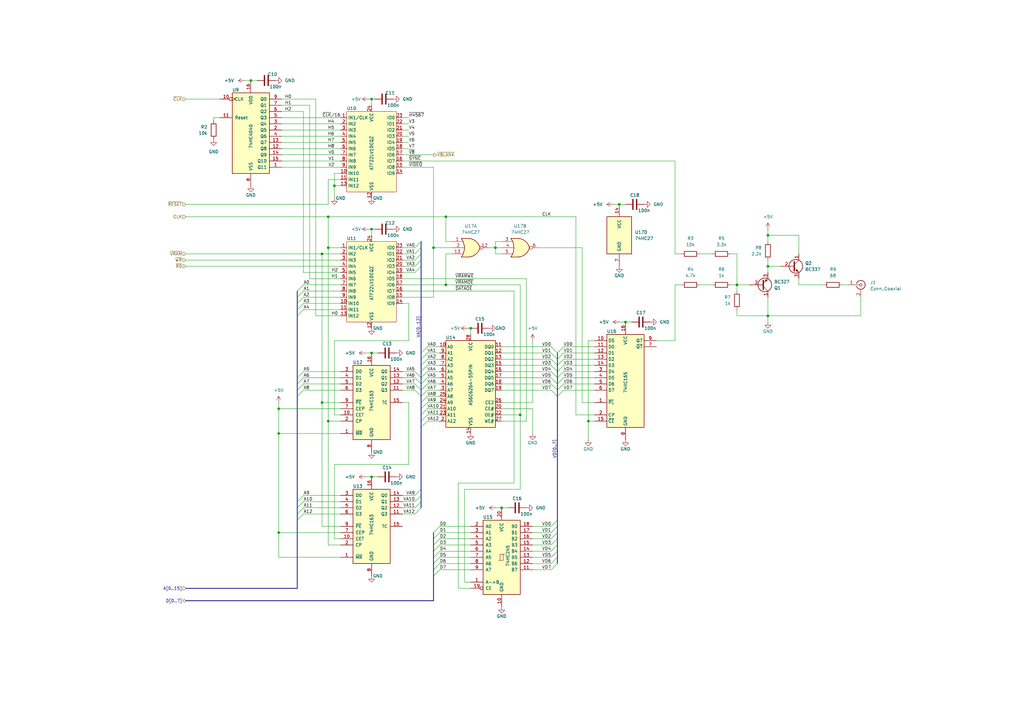
<source format=kicad_sch>
(kicad_sch (version 20230121) (generator eeschema)
  (paper "A3")
  (title_block (title "Z80 SBC Video"))
  (lib_symbols
    (symbol "74xx:74HC165"
      (property "Reference" "U" (at -7.62 19.05 0))
      (property "Value" "74HC165" (at -7.62 -21.59 0))
      (symbol "74HC165_1_0"
        (pin input line (at -12.7 -10.16 0) (length 5.08) (name "~{PL}") (number "1"))
        (pin input line (at -12.7 15.24 0) (length 5.08) (name "DS") (number "10"))
        (pin input line (at -12.7 12.7 0) (length 5.08) (name "D0") (number "11"))
        (pin input line (at -12.7 10.16 0) (length 5.08) (name "D1") (number "12"))
        (pin input line (at -12.7 7.62 0) (length 5.08) (name "D2") (number "13"))
        (pin input line (at -12.7 5.08 0) (length 5.08) (name "D3") (number "14"))
        (pin input line (at -12.7 -17.78 0) (length 5.08) (name "~{CE}") (number "15"))
        (pin power_in line (at 0 22.86 270) (length 5.08) (name "VCC") (number "16"))
        (pin input line (at -12.7 -15.24 0) (length 5.08) (name "CP") (number "2"))
        (pin input line (at -12.7 2.54 0) (length 5.08) (name "D4") (number "3"))
        (pin input line (at -12.7 0 0) (length 5.08) (name "D5") (number "4"))
        (pin input line (at -12.7 -2.54 0) (length 5.08) (name "D6") (number "5"))
        (pin input line (at -12.7 -5.08 0) (length 5.08) (name "D7") (number "6"))
        (pin output line (at 12.7 12.7 180) (length 5.08) (name "~{Q7}") (number "7"))
        (pin power_in line (at 0 -25.4 90) (length 5.08) (name "GND") (number "8"))
        (pin output line (at 12.7 15.24 180) (length 5.08) (name "Q7") (number "9"))
      )
    )
    (symbol "74xx:74HC245" (pin_names (offset 1.016))
      (property "Reference" "U" (at -7.62 16.51 0))
      (property "Value" "74HC245" (at -7.62 -16.51 0))
      (symbol "74HC245_1_0"
        (pin input line (at -12.7 -10.16 0) (length 5.08) (name "A->B") (number "1"))
        (pin power_in line (at 0 -20.32 90) (length 5.08) (name "GND") (number "10"))
        (pin tri_state line (at 12.7 -5.08 180) (length 5.08) (name "B7") (number "11"))
        (pin tri_state line (at 12.7 -2.54 180) (length 5.08) (name "B6") (number "12"))
        (pin tri_state line (at 12.7 0 180) (length 5.08) (name "B5") (number "13"))
        (pin tri_state line (at 12.7 2.54 180) (length 5.08) (name "B4") (number "14"))
        (pin tri_state line (at 12.7 5.08 180) (length 5.08) (name "B3") (number "15"))
        (pin tri_state line (at 12.7 7.62 180) (length 5.08) (name "B2") (number "16"))
        (pin tri_state line (at 12.7 10.16 180) (length 5.08) (name "B1") (number "17"))
        (pin tri_state line (at 12.7 12.7 180) (length 5.08) (name "B0") (number "18"))
        (pin input inverted (at -12.7 -12.7 0) (length 5.08) (name "CE") (number "19"))
        (pin tri_state line (at -12.7 12.7 0) (length 5.08) (name "A0") (number "2"))
        (pin power_in line (at 0 20.32 270) (length 5.08) (name "VCC") (number "20"))
        (pin tri_state line (at -12.7 10.16 0) (length 5.08) (name "A1") (number "3"))
        (pin tri_state line (at -12.7 7.62 0) (length 5.08) (name "A2") (number "4"))
        (pin tri_state line (at -12.7 5.08 0) (length 5.08) (name "A3") (number "5"))
        (pin tri_state line (at -12.7 2.54 0) (length 5.08) (name "A4") (number "6"))
        (pin tri_state line (at -12.7 0 0) (length 5.08) (name "A5") (number "7"))
        (pin tri_state line (at -12.7 -2.54 0) (length 5.08) (name "A6") (number "8"))
        (pin tri_state line (at -12.7 -5.08 0) (length 5.08) (name "A7") (number "9"))
      )
    )
    (symbol "74xx_SK:74HC163" (pin_names (offset 1.016))
      (property "Reference" "U5" (at 2.1941 20.32 0))
      (property "Value" "74HC163" (at 2.1941 17.78 0))
      (symbol "74HC163_1_0"
        (pin input line (at -12.7 -12.7 0) (length 5.08) (name "~{MR}") (number "1"))
        (pin input line (at -12.7 -5.08 0) (length 5.08) (name "CET") (number "10"))
        (pin output line (at 12.7 5.08 180) (length 5.08) (name "Q3") (number "11"))
        (pin output line (at 12.7 7.62 180) (length 5.08) (name "Q2") (number "12"))
        (pin output line (at 12.7 10.16 180) (length 5.08) (name "Q1") (number "13"))
        (pin output line (at 12.7 12.7 180) (length 5.08) (name "Q0") (number "14"))
        (pin output line (at 12.7 0 180) (length 5.08) (name "TC") (number "15"))
        (pin power_in line (at 0 20.32 270) (length 5.08) (name "VCC") (number "16"))
        (pin input line (at -12.7 -7.62 0) (length 5.08) (name "CP") (number "2"))
        (pin input line (at -12.7 12.7 0) (length 5.08) (name "D0") (number "3"))
        (pin input line (at -12.7 10.16 0) (length 5.08) (name "D1") (number "4"))
        (pin input line (at -12.7 7.62 0) (length 5.08) (name "D2") (number "5"))
        (pin input line (at -12.7 5.08 0) (length 5.08) (name "D3") (number "6"))
        (pin input line (at -12.7 -2.54 0) (length 5.08) (name "CEP") (number "7"))
        (pin power_in line (at 0 -20.32 90) (length 5.08) (name "GND") (number "8"))
        (pin input line (at -12.7 0 0) (length 5.08) (name "~{PE}") (number "9"))
      )
    )
    (symbol "74xx_SK:74HC27" (pin_names (offset 1.016))
      (property "Reference" "U17" (at 6.35 1.27 0))
      (property "Value" "74HC27" (at 6.35 -1.27 0))
      (symbol "74HC27_1_1"
        (pin input line (at -7.62 2.54 0) (length 4.318) (name "~") (number "1"))
        (pin output inverted (at 7.62 0 180) (length 3.81) (name "~") (number "12"))
        (pin input line (at -7.62 -2.54 0) (length 4.318) (name "~") (number "13"))
        (pin input line (at -7.62 0 0) (length 4.953) (name "~") (number "2"))
      )
      (symbol "74HC27_1_2"
        (pin input inverted (at -7.62 2.54 0) (length 3.81) (name "~") (number "1"))
        (pin output line (at 7.62 0 180) (length 3.81) (name "~") (number "12"))
        (pin input inverted (at -7.62 -2.54 0) (length 3.81) (name "~") (number "13"))
        (pin input inverted (at -7.62 0 0) (length 3.81) (name "~") (number "2"))
      )
      (symbol "74HC27_2_1"
        (pin input line (at -7.62 2.54 0) (length 4.318) (name "~") (number "3"))
        (pin input line (at -7.62 0 0) (length 4.953) (name "~") (number "4"))
        (pin input line (at -7.62 -2.54 0) (length 4.318) (name "~") (number "5"))
        (pin output inverted (at 7.62 0 180) (length 3.81) (name "~") (number "6"))
      )
      (symbol "74HC27_2_2"
        (pin input inverted (at -7.62 2.54 0) (length 3.81) (name "~") (number "3"))
        (pin input inverted (at -7.62 0 0) (length 3.81) (name "~") (number "4"))
        (pin input inverted (at -7.62 -2.54 0) (length 3.81) (name "~") (number "5"))
        (pin output line (at 7.62 0 180) (length 3.81) (name "~") (number "6"))
      )
      (symbol "74HC27_3_1"
        (pin input line (at -7.62 0 0) (length 4.953) (name "~") (number "10"))
        (pin input line (at -7.62 -2.54 0) (length 4.318) (name "~") (number "11"))
        (pin output inverted (at 7.62 0 180) (length 3.81) (name "~") (number "8"))
        (pin input line (at -7.62 2.54 0) (length 4.318) (name "~") (number "9"))
      )
      (symbol "74HC27_3_2"
        (pin input inverted (at -7.62 0 0) (length 3.81) (name "~") (number "10"))
        (pin input inverted (at -7.62 -2.54 0) (length 3.81) (name "~") (number "11"))
        (pin output line (at 7.62 0 180) (length 3.81) (name "~") (number "8"))
        (pin input inverted (at -7.62 2.54 0) (length 3.81) (name "~") (number "9"))
      )
      (symbol "74HC27_4_0"
        (pin power_in line (at 0 12.7 270) (length 5.08) (name "VCC") (number "14"))
        (pin power_in line (at 0 -12.7 90) (length 5.08) (name "GND") (number "7"))
      )
    )
    (symbol "Connector:Conn_Coaxial" (pin_names (offset 1.016) hide)
      (property "Reference" "J" (at 0.254 3.048 0))
      (property "Value" "Conn_Coaxial" (at 2.921 0 90))
      (symbol "Conn_Coaxial_1_1"
        (pin passive line (at -5.08 0 0) (length 2.54) (name "In") (number "1"))
        (pin passive line (at 0 -5.08 90) (length 2.54) (name "Ext") (number "2"))
      )
    )
    (symbol "Device:C" (pin_numbers hide) (pin_names (offset 0.254))
      (property "Reference" "C" (at 0.635 2.54 0))
      (property "Value" "C" (at 0.635 -2.54 0))
      (symbol "C_1_1"
        (pin passive line (at 0 3.81 270) (length 2.794) (name "~") (number "1"))
        (pin passive line (at 0 -3.81 90) (length 2.794) (name "~") (number "2"))
      )
    )
    (symbol "Device:R" (pin_numbers hide) (pin_names (offset 0))
      (property "Reference" "R" (at 2.032 0 90))
      (property "Value" "R" (at 0 0 90))
      (symbol "R_1_1"
        (pin passive line (at 0 3.81 270) (length 1.27) (name "~") (number "1"))
        (pin passive line (at 0 -3.81 90) (length 1.27) (name "~") (number "2"))
      )
    )
    (symbol "Memory_RAM_SK:AS6C6264-55PIN"
      (property "Reference" "U" (at -10.16 18.415 0))
      (property "Value" "AS6C6264-55PIN" (at 2.54 18.415 0))
      (symbol "AS6C6264-55PIN_0_0"
        (pin power_in line (at 0 -20.32 90) (length 2.54) (name "VSS") (number "14"))
        (pin power_in line (at 0 20.32 270) (length 2.54) (name "VCC") (number "28"))
      )
      (symbol "AS6C6264-55PIN_1_1"
        (pin input line (at -12.7 15.24 0) (length 2.54) (name "A0") (number "10"))
        (pin tri_state line (at 12.7 15.24 180) (length 2.54) (name "DQ0") (number "11"))
        (pin tri_state line (at 12.7 12.7 180) (length 2.54) (name "DQ1") (number "12"))
        (pin tri_state line (at 12.7 10.16 180) (length 2.54) (name "DQ2") (number "13"))
        (pin tri_state line (at 12.7 7.62 180) (length 2.54) (name "DQ3") (number "15"))
        (pin tri_state line (at 12.7 5.08 180) (length 2.54) (name "DQ4") (number "16"))
        (pin tri_state line (at 12.7 2.54 180) (length 2.54) (name "DQ5") (number "17"))
        (pin tri_state line (at 12.7 0 180) (length 2.54) (name "DQ6") (number "18"))
        (pin tri_state line (at 12.7 -2.54 180) (length 2.54) (name "DQ7") (number "19"))
        (pin input line (at -12.7 -15.24 0) (length 2.54) (name "A12") (number "2"))
        (pin input line (at 12.7 -10.16 180) (length 2.54) (name "CE#") (number "20"))
        (pin input line (at -12.7 -10.16 0) (length 2.54) (name "A10") (number "21"))
        (pin input line (at 12.7 -12.7 180) (length 2.54) (name "OE#") (number "22"))
        (pin input line (at -12.7 -12.7 0) (length 2.54) (name "A11") (number "23"))
        (pin input line (at -12.7 -7.62 0) (length 2.54) (name "A9") (number "24"))
        (pin input line (at -12.7 -5.08 0) (length 2.54) (name "A8") (number "25"))
        (pin input line (at 12.7 -7.62 180) (length 2.54) (name "CE2") (number "26"))
        (pin input line (at 12.7 -15.24 180) (length 2.54) (name "WE#") (number "27"))
        (pin input line (at -12.7 -2.54 0) (length 2.54) (name "A7") (number "3"))
        (pin input line (at -12.7 0 0) (length 2.54) (name "A6") (number "4"))
        (pin input line (at -12.7 2.54 0) (length 2.54) (name "A5") (number "5"))
        (pin input line (at -12.7 5.08 0) (length 2.54) (name "A4") (number "6"))
        (pin input line (at -12.7 7.62 0) (length 2.54) (name "A3") (number "7"))
        (pin input line (at -12.7 10.16 0) (length 2.54) (name "A2") (number "8"))
        (pin input line (at -12.7 12.7 0) (length 2.54) (name "A1") (number "9"))
      )
    )
    (symbol "Transistor_BJT:BC327" (pin_names (offset 0) hide)
      (property "Reference" "Q" (at 5.08 1.905 0))
      (property "Value" "BC327" (at 5.08 0 0))
      (symbol "BC327_1_1"
        (pin passive line (at 2.54 5.08 270) (length 2.54) (name "C") (number "1"))
        (pin input line (at -5.08 0 0) (length 5.715) (name "B") (number "2"))
        (pin passive line (at 2.54 -5.08 90) (length 2.54) (name "E") (number "3"))
      )
    )
    (symbol "Transistor_BJT:BC337" (pin_names (offset 0) hide)
      (property "Reference" "Q" (at 5.08 1.905 0))
      (property "Value" "BC337" (at 5.08 0 0))
      (symbol "BC337_1_1"
        (pin passive line (at 2.54 5.08 270) (length 2.54) (name "C") (number "1"))
        (pin input line (at -5.08 0 0) (length 5.08) (name "B") (number "2"))
        (pin passive line (at 2.54 -5.08 90) (length 2.54) (name "E") (number "3"))
      )
    )
    (symbol "Z80_SBC_Custom:74HC4040" (pin_names (offset 1.016))
      (property "Reference" "U302" (at 2.1941 20.32 0))
      (property "Value" "74HC4040" (at 2.1941 17.78 0))
      (symbol "74HC4040_1_0"
        (pin output line (at 12.7 -15.24 180) (length 5.08) (name "Q11") (number "1"))
        (pin input inverted_clock (at -12.7 12.7 0) (length 5.08) (name "CLK") (number "10"))
        (pin input line (at -12.7 5.08 0) (length 5.08) (name "Reset") (number "11"))
        (pin output line (at 12.7 -7.62 180) (length 5.08) (name "Q8") (number "12"))
        (pin output line (at 12.7 -5.08 180) (length 5.08) (name "Q7") (number "13"))
        (pin output line (at 12.7 -10.16 180) (length 5.08) (name "Q9") (number "14"))
        (pin output line (at 12.7 -12.7 180) (length 5.08) (name "Q10") (number "15"))
        (pin power_in line (at 0 20.32 270) (length 5.08) (name "VDD") (number "16"))
        (pin output line (at 12.7 0 180) (length 5.08) (name "Q5") (number "2"))
        (pin output line (at 12.7 2.54 180) (length 5.08) (name "Q4") (number "3"))
        (pin output line (at 12.7 -2.54 180) (length 5.08) (name "Q6") (number "4"))
        (pin output line (at 12.7 5.08 180) (length 5.08) (name "Q3") (number "5"))
        (pin output line (at 12.7 7.62 180) (length 5.08) (name "Q2") (number "6"))
        (pin output line (at 12.7 10.16 180) (length 5.08) (name "Q1") (number "7"))
        (pin power_in line (at 0 -22.86 90) (length 5.08) (name "VSS") (number "8"))
        (pin output line (at 12.7 12.7 180) (length 5.08) (name "Q0") (number "9"))
      )
    )
    (symbol "Z80_SBC_Custom:ATF22LV10CQZ"
      (property "Reference" "U301" (at 2.1941 21.59 0))
      (property "Value" "ATF22LV10CQZ" (at 2.1941 19.05 0))
      (symbol "ATF22LV10CQZ_1_1"
        (pin input line (at -12.7 13.97 0) (length 2.54) (name "IN1/CLK") (number "1"))
        (pin input line (at -12.7 -8.89 0) (length 2.54) (name "IN10") (number "10"))
        (pin input line (at -12.7 -11.43 0) (length 2.54) (name "IN11") (number "11"))
        (pin power_in line (at 0 -19.05 90) (length 2.54) (name "VSS") (number "12"))
        (pin input line (at -12.7 -13.97 0) (length 2.54) (name "IN12") (number "13"))
        (pin tri_state line (at 12.7 -8.89 180) (length 2.54) (name "IO9") (number "14"))
        (pin tri_state line (at 12.7 -6.35 180) (length 2.54) (name "IO8") (number "15"))
        (pin tri_state line (at 12.7 -3.81 180) (length 2.54) (name "IO7") (number "16"))
        (pin tri_state line (at 12.7 -1.27 180) (length 2.54) (name "IO6") (number "17"))
        (pin tri_state line (at 12.7 1.27 180) (length 2.54) (name "IO5") (number "18"))
        (pin tri_state line (at 12.7 3.81 180) (length 2.54) (name "IO4") (number "19"))
        (pin input line (at -12.7 11.43 0) (length 2.54) (name "IN2") (number "2"))
        (pin tri_state line (at 12.7 6.35 180) (length 2.54) (name "IO3") (number "20"))
        (pin tri_state line (at 12.7 8.89 180) (length 2.54) (name "IO2") (number "21"))
        (pin tri_state line (at 12.7 11.43 180) (length 2.54) (name "IO1") (number "22"))
        (pin tri_state line (at 12.7 13.97 180) (length 2.54) (name "IO0") (number "23"))
        (pin power_in line (at 0 19.05 270) (length 2.54) (name "VCC") (number "24"))
        (pin input line (at -12.7 8.89 0) (length 2.54) (name "IN3") (number "3"))
        (pin input line (at -12.7 6.35 0) (length 2.54) (name "IN4") (number "4"))
        (pin input line (at -12.7 3.81 0) (length 2.54) (name "IN5") (number "5"))
        (pin input line (at -12.7 1.27 0) (length 2.54) (name "IN6") (number "6"))
        (pin input line (at -12.7 -1.27 0) (length 2.54) (name "IN7") (number "7"))
        (pin input line (at -12.7 -3.81 0) (length 2.54) (name "IN8") (number "8"))
        (pin input line (at -12.7 -6.35 0) (length 2.54) (name "IN9") (number "9"))
      )
    )
    (symbol "power:+5V" (power) (pin_names (offset 0))
      (property "Value" "+5V" (at 0 3.556 0))
      (symbol "+5V_1_1"
        (pin power_in line (at 0 0 90) (length 0) hide (name "+5V") (number "1"))
      )
    )
    (symbol "power:GND" (power) (pin_names (offset 0))
      (property "Value" "GND" (at 0 -3.81 0))
      (symbol "GND_1_1"
        (pin power_in line (at 0 0 270) (length 0) hide (name "GND") (number "1"))
      )
    )
  )
  (junction (at 152.4 144.78))
  (junction (at 213.36 170.18))
  (junction (at 134.62 88.9))
  (junction (at 137.16 76.2))
  (junction (at 314.96 109.22))
  (junction (at 132.08 165.1))
  (junction (at 182.88 116.84))
  (junction (at 177.8 101.6))
  (junction (at 134.62 101.6))
  (junction (at 254 83.82))
  (junction (at 134.62 172.72))
  (junction (at 114.3 218.44))
  (junction (at 152.4 40.64))
  (junction (at 114.3 177.8))
  (junction (at 152.4 93.98))
  (junction (at 302.26 116.84))
  (junction (at 314.96 96.52))
  (junction (at 314.96 129.54))
  (junction (at 102.87 33.02))
  (junction (at 256.54 132.08))
  (junction (at 114.3 167.64))
  (junction (at 132.08 104.14))
  (junction (at 193.04 134.62))
  (junction (at 203.2 101.6))
  (junction (at 152.4 195.58))
  (junction (at 182.88 88.9))
  (junction (at 205.74 208.28))
  (junction (at 241.3 172.72))
  (bus_entry (at 121.92 119.38) (size 2.54 -2.54))
  (bus_entry (at 228.6 157.48) (size -2.54 -2.54))
  (bus_entry (at 177.8 226.06) (size 2.54 -2.54))
  (bus_entry (at 177.8 228.6) (size 2.54 -2.54))
  (bus_entry (at 228.6 147.32) (size -2.54 -2.54))
  (bus_entry (at 177.8 233.68) (size 2.54 -2.54))
  (bus_entry (at 228.6 154.94) (size 2.54 -2.54))
  (bus_entry (at 121.92 213.36) (size 2.54 -2.54))
  (bus_entry (at 121.92 160.02) (size 2.54 -2.54))
  (bus_entry (at 121.92 124.46) (size 2.54 -2.54))
  (bus_entry (at 228.6 215.9) (size -2.54 2.54))
  (bus_entry (at 121.92 205.74) (size 2.54 -2.54))
  (bus_entry (at 121.92 208.28) (size 2.54 -2.54))
  (bus_entry (at 228.6 228.6) (size -2.54 2.54))
  (bus_entry (at 175.26 167.64) (size -2.54 2.54))
  (bus_entry (at 121.92 157.48) (size 2.54 -2.54))
  (bus_entry (at 170.18 208.28) (size 2.54 -2.54))
  (bus_entry (at 175.26 165.1) (size -2.54 2.54))
  (bus_entry (at 121.92 154.94) (size 2.54 -2.54))
  (bus_entry (at 228.6 220.98) (size -2.54 2.54))
  (bus_entry (at 228.6 218.44) (size -2.54 2.54))
  (bus_entry (at 170.18 203.2) (size 2.54 -2.54))
  (bus_entry (at 170.18 205.74) (size 2.54 -2.54))
  (bus_entry (at 170.18 109.22) (size 2.54 -2.54))
  (bus_entry (at 228.6 157.48) (size 2.54 -2.54))
  (bus_entry (at 121.92 127) (size 2.54 -2.54))
  (bus_entry (at 170.18 160.02) (size 2.54 2.54))
  (bus_entry (at 228.6 152.4) (size -2.54 -2.54))
  (bus_entry (at 121.92 129.54) (size 2.54 -2.54))
  (bus_entry (at 170.18 101.6) (size 2.54 -2.54))
  (bus_entry (at 177.8 218.44) (size 2.54 -2.54))
  (bus_entry (at 175.26 172.72) (size -2.54 2.54))
  (bus_entry (at 228.6 223.52) (size -2.54 2.54))
  (bus_entry (at 175.26 142.24) (size -2.54 2.54))
  (bus_entry (at 170.18 104.14) (size 2.54 -2.54))
  (bus_entry (at 177.8 220.98) (size 2.54 -2.54))
  (bus_entry (at 121.92 210.82) (size 2.54 -2.54))
  (bus_entry (at 175.26 147.32) (size -2.54 2.54))
  (bus_entry (at 228.6 231.14) (size -2.54 2.54))
  (bus_entry (at 175.26 170.18) (size -2.54 2.54))
  (bus_entry (at 228.6 226.06) (size -2.54 2.54))
  (bus_entry (at 170.18 106.68) (size 2.54 -2.54))
  (bus_entry (at 175.26 144.78) (size -2.54 2.54))
  (bus_entry (at 228.6 162.56) (size 2.54 -2.54))
  (bus_entry (at 175.26 154.94) (size -2.54 2.54))
  (bus_entry (at 228.6 149.86) (size 2.54 -2.54))
  (bus_entry (at 228.6 149.86) (size -2.54 -2.54))
  (bus_entry (at 228.6 144.78) (size -2.54 -2.54))
  (bus_entry (at 177.8 236.22) (size 2.54 -2.54))
  (bus_entry (at 170.18 152.4) (size 2.54 2.54))
  (bus_entry (at 228.6 213.36) (size -2.54 2.54))
  (bus_entry (at 228.6 162.56) (size -2.54 -2.54))
  (bus_entry (at 170.18 111.76) (size 2.54 -2.54))
  (bus_entry (at 175.26 157.48) (size -2.54 2.54))
  (bus_entry (at 228.6 154.94) (size -2.54 -2.54))
  (bus_entry (at 228.6 152.4) (size 2.54 -2.54))
  (bus_entry (at 175.26 160.02) (size -2.54 2.54))
  (bus_entry (at 121.92 121.92) (size 2.54 -2.54))
  (bus_entry (at 177.8 231.14) (size 2.54 -2.54))
  (bus_entry (at 177.8 223.52) (size 2.54 -2.54))
  (bus_entry (at 170.18 157.48) (size 2.54 2.54))
  (bus_entry (at 175.26 162.56) (size -2.54 2.54))
  (bus_entry (at 170.18 210.82) (size 2.54 -2.54))
  (bus_entry (at 170.18 154.94) (size 2.54 2.54))
  (bus_entry (at 228.6 160.02) (size 2.54 -2.54))
  (bus_entry (at 175.26 149.86) (size -2.54 2.54))
  (bus_entry (at 228.6 160.02) (size -2.54 -2.54))
  (bus_entry (at 121.92 162.56) (size 2.54 -2.54))
  (bus_entry (at 228.6 147.32) (size 2.54 -2.54))
  (bus_entry (at 175.26 152.4) (size -2.54 2.54))
  (bus_entry (at 228.6 144.78) (size 2.54 -2.54))
  (wire (pts (xy 115.57 60.96) (xy 139.7 60.96)))
  (wire (pts (xy 203.2 99.06) (xy 205.74 99.06)))
  (wire (pts (xy 134.62 73.66) (xy 134.62 83.82)))
  (bus (pts (xy 228.6 154.94) (xy 228.6 157.48)))
  (wire (pts (xy 236.22 88.9) (xy 236.22 170.18)))
  (bus (pts (xy 228.6 162.56) (xy 228.6 213.36)))
  (wire (pts (xy 151.13 40.64) (xy 152.4 40.64)))
  (wire (pts (xy 180.34 231.14) (xy 193.04 231.14)))
  (wire (pts (xy 180.34 226.06) (xy 193.04 226.06)))
  (wire (pts (xy 76.2 109.22) (xy 139.7 109.22)))
  (wire (pts (xy 165.1 160.02) (xy 170.18 160.02)))
  (wire (pts (xy 175.26 167.64) (xy 180.34 167.64)))
  (wire (pts (xy 134.62 101.6) (xy 134.62 172.72)))
  (wire (pts (xy 76.2 40.64) (xy 90.17 40.64)))
  (wire (pts (xy 165.1 55.88) (xy 167.64 55.88)))
  (bus (pts (xy 177.8 218.44) (xy 177.8 220.98)))
  (bus (pts (xy 172.72 160.02) (xy 172.72 162.56)))
  (wire (pts (xy 187.96 198.12) (xy 187.96 241.3)))
  (wire (pts (xy 191.77 134.62) (xy 193.04 134.62)))
  (wire (pts (xy 177.8 101.6) (xy 185.42 101.6)))
  (bus (pts (xy 76.2 241.3) (xy 121.92 241.3)))
  (wire (pts (xy 302.26 116.84) (xy 302.26 119.38)))
  (wire (pts (xy 231.14 142.24) (xy 243.84 142.24)))
  (bus (pts (xy 172.72 149.86) (xy 172.72 152.4)))
  (wire (pts (xy 175.26 172.72) (xy 180.34 172.72)))
  (wire (pts (xy 314.96 96.52) (xy 327.66 96.52)))
  (bus (pts (xy 172.72 170.18) (xy 172.72 172.72)))
  (wire (pts (xy 182.88 99.06) (xy 185.42 99.06)))
  (bus (pts (xy 121.92 208.28) (xy 121.92 210.82)))
  (wire (pts (xy 124.46 157.48) (xy 139.7 157.48)))
  (bus (pts (xy 172.72 200.66) (xy 172.72 203.2)))
  (wire (pts (xy 314.96 93.98) (xy 314.96 96.52)))
  (wire (pts (xy 165.1 205.74) (xy 170.18 205.74)))
  (bus (pts (xy 172.72 172.72) (xy 172.72 175.26)))
  (wire (pts (xy 165.1 104.14) (xy 170.18 104.14)))
  (bus (pts (xy 172.72 203.2) (xy 172.72 205.74)))
  (wire (pts (xy 115.57 50.8) (xy 139.7 50.8)))
  (wire (pts (xy 165.1 101.6) (xy 170.18 101.6)))
  (bus (pts (xy 172.72 175.26) (xy 172.72 200.66)))
  (wire (pts (xy 205.74 167.64) (xy 218.44 167.64)))
  (bus (pts (xy 172.72 154.94) (xy 172.72 157.48)))
  (wire (pts (xy 165.1 53.34) (xy 167.64 53.34)))
  (bus (pts (xy 228.6 215.9) (xy 228.6 218.44)))
  (wire (pts (xy 231.14 149.86) (xy 243.84 149.86)))
  (wire (pts (xy 177.8 101.6) (xy 177.8 121.92)))
  (wire (pts (xy 76.2 106.68) (xy 139.7 106.68)))
  (wire (pts (xy 210.82 119.38) (xy 210.82 198.12)))
  (wire (pts (xy 314.96 109.22) (xy 314.96 111.76)))
  (wire (pts (xy 152.4 93.98) (xy 152.4 96.52)))
  (wire (pts (xy 175.26 170.18) (xy 180.34 170.18)))
  (bus (pts (xy 228.6 220.98) (xy 228.6 223.52)))
  (wire (pts (xy 213.36 170.18) (xy 213.36 200.66)))
  (wire (pts (xy 205.74 157.48) (xy 226.06 157.48)))
  (wire (pts (xy 299.72 116.84) (xy 302.26 116.84)))
  (bus (pts (xy 177.8 233.68) (xy 177.8 236.22)))
  (wire (pts (xy 177.8 68.58) (xy 177.8 101.6)))
  (wire (pts (xy 203.2 101.6) (xy 205.74 101.6)))
  (wire (pts (xy 213.36 116.84) (xy 213.36 170.18)))
  (wire (pts (xy 205.74 152.4) (xy 226.06 152.4)))
  (wire (pts (xy 276.86 139.7) (xy 269.24 139.7)))
  (wire (pts (xy 302.26 116.84) (xy 307.34 116.84)))
  (wire (pts (xy 134.62 172.72) (xy 139.7 172.72)))
  (bus (pts (xy 172.72 104.14) (xy 172.72 106.68)))
  (wire (pts (xy 124.46 119.38) (xy 139.7 119.38)))
  (wire (pts (xy 241.3 139.7) (xy 243.84 139.7)))
  (wire (pts (xy 114.3 167.64) (xy 139.7 167.64)))
  (wire (pts (xy 165.1 210.82) (xy 170.18 210.82)))
  (wire (pts (xy 115.57 55.88) (xy 139.7 55.88)))
  (wire (pts (xy 276.86 116.84) (xy 279.4 116.84)))
  (wire (pts (xy 236.22 170.18) (xy 243.84 170.18)))
  (bus (pts (xy 177.8 223.52) (xy 177.8 226.06)))
  (wire (pts (xy 241.3 139.7) (xy 241.3 172.72)))
  (wire (pts (xy 137.16 139.7) (xy 167.64 139.7)))
  (bus (pts (xy 172.72 106.68) (xy 172.72 109.22)))
  (wire (pts (xy 238.76 101.6) (xy 238.76 165.1)))
  (bus (pts (xy 121.92 154.94) (xy 121.92 157.48)))
  (wire (pts (xy 115.57 48.26) (xy 139.7 48.26)))
  (wire (pts (xy 327.66 116.84) (xy 337.82 116.84)))
  (wire (pts (xy 165.1 124.46) (xy 167.64 124.46)))
  (wire (pts (xy 129.54 40.64) (xy 129.54 129.54)))
  (wire (pts (xy 137.16 76.2) (xy 137.16 81.28)))
  (wire (pts (xy 124.46 205.74) (xy 139.7 205.74)))
  (wire (pts (xy 137.16 71.12) (xy 139.7 71.12)))
  (wire (pts (xy 76.2 104.14) (xy 132.08 104.14)))
  (wire (pts (xy 302.26 129.54) (xy 314.96 129.54)))
  (wire (pts (xy 203.2 99.06) (xy 203.2 101.6)))
  (wire (pts (xy 256.54 132.08) (xy 259.08 132.08)))
  (wire (pts (xy 175.26 160.02) (xy 180.34 160.02)))
  (bus (pts (xy 172.72 144.78) (xy 172.72 147.32)))
  (wire (pts (xy 276.86 104.14) (xy 279.4 104.14)))
  (wire (pts (xy 114.3 228.6) (xy 139.7 228.6)))
  (wire (pts (xy 231.14 144.78) (xy 243.84 144.78)))
  (wire (pts (xy 115.57 63.5) (xy 139.7 63.5)))
  (wire (pts (xy 167.64 165.1) (xy 167.64 190.5)))
  (wire (pts (xy 165.1 208.28) (xy 170.18 208.28)))
  (bus (pts (xy 121.92 205.74) (xy 121.92 208.28)))
  (bus (pts (xy 177.8 236.22) (xy 177.8 246.38)))
  (wire (pts (xy 137.16 190.5) (xy 167.64 190.5)))
  (wire (pts (xy 134.62 88.9) (xy 134.62 101.6)))
  (wire (pts (xy 218.44 139.7) (xy 218.44 165.1)))
  (bus (pts (xy 172.72 162.56) (xy 172.72 165.1)))
  (wire (pts (xy 124.46 160.02) (xy 139.7 160.02)))
  (wire (pts (xy 180.34 215.9) (xy 193.04 215.9)))
  (bus (pts (xy 228.6 218.44) (xy 228.6 220.98)))
  (wire (pts (xy 175.26 165.1) (xy 180.34 165.1)))
  (wire (pts (xy 152.4 40.64) (xy 153.67 40.64)))
  (wire (pts (xy 151.13 93.98) (xy 152.4 93.98)))
  (wire (pts (xy 175.26 154.94) (xy 180.34 154.94)))
  (wire (pts (xy 231.14 147.32) (xy 243.84 147.32)))
  (bus (pts (xy 228.6 213.36) (xy 228.6 215.9)))
  (wire (pts (xy 132.08 104.14) (xy 132.08 165.1)))
  (wire (pts (xy 314.96 109.22) (xy 320.04 109.22)))
  (wire (pts (xy 180.34 228.6) (xy 193.04 228.6)))
  (wire (pts (xy 127 43.18) (xy 127 114.3)))
  (bus (pts (xy 172.72 99.06) (xy 172.72 101.6)))
  (wire (pts (xy 218.44 228.6) (xy 226.06 228.6)))
  (wire (pts (xy 205.74 142.24) (xy 226.06 142.24)))
  (wire (pts (xy 114.3 177.8) (xy 114.3 218.44)))
  (wire (pts (xy 137.16 170.18) (xy 139.7 170.18)))
  (bus (pts (xy 121.92 160.02) (xy 121.92 162.56)))
  (wire (pts (xy 302.26 127) (xy 302.26 129.54)))
  (bus (pts (xy 121.92 210.82) (xy 121.92 213.36)))
  (wire (pts (xy 220.98 101.6) (xy 238.76 101.6)))
  (bus (pts (xy 228.6 152.4) (xy 228.6 154.94)))
  (wire (pts (xy 165.1 116.84) (xy 182.88 116.84)))
  (wire (pts (xy 137.16 139.7) (xy 137.16 170.18)))
  (wire (pts (xy 102.87 33.02) (xy 105.41 33.02)))
  (wire (pts (xy 115.57 58.42) (xy 139.7 58.42)))
  (bus (pts (xy 177.8 231.14) (xy 177.8 233.68)))
  (bus (pts (xy 228.6 144.78) (xy 228.6 147.32)))
  (wire (pts (xy 241.3 172.72) (xy 243.84 172.72)))
  (bus (pts (xy 228.6 160.02) (xy 228.6 162.56)))
  (wire (pts (xy 165.1 203.2) (xy 170.18 203.2)))
  (wire (pts (xy 218.44 218.44) (xy 226.06 218.44)))
  (wire (pts (xy 132.08 165.1) (xy 132.08 215.9)))
  (wire (pts (xy 190.5 200.66) (xy 213.36 200.66)))
  (wire (pts (xy 124.46 124.46) (xy 139.7 124.46)))
  (wire (pts (xy 114.3 177.8) (xy 139.7 177.8)))
  (wire (pts (xy 231.14 152.4) (xy 243.84 152.4)))
  (wire (pts (xy 134.62 223.52) (xy 139.7 223.52)))
  (wire (pts (xy 165.1 60.96) (xy 167.64 60.96)))
  (wire (pts (xy 124.46 116.84) (xy 139.7 116.84)))
  (wire (pts (xy 115.57 53.34) (xy 139.7 53.34)))
  (wire (pts (xy 124.46 121.92) (xy 139.7 121.92)))
  (bus (pts (xy 228.6 223.52) (xy 228.6 226.06)))
  (wire (pts (xy 124.46 210.82) (xy 139.7 210.82)))
  (wire (pts (xy 205.74 154.94) (xy 226.06 154.94)))
  (wire (pts (xy 314.96 129.54) (xy 314.96 132.08)))
  (bus (pts (xy 172.72 101.6) (xy 172.72 104.14)))
  (wire (pts (xy 165.1 106.68) (xy 170.18 106.68)))
  (wire (pts (xy 167.64 124.46) (xy 167.64 139.7)))
  (wire (pts (xy 132.08 215.9) (xy 139.7 215.9)))
  (wire (pts (xy 165.1 63.5) (xy 177.8 63.5)))
  (bus (pts (xy 121.92 124.46) (xy 121.92 127)))
  (wire (pts (xy 218.44 231.14) (xy 226.06 231.14)))
  (wire (pts (xy 254 132.08) (xy 256.54 132.08)))
  (wire (pts (xy 165.1 114.3) (xy 215.9 114.3)))
  (wire (pts (xy 353.06 121.92) (xy 353.06 129.54)))
  (wire (pts (xy 152.4 40.64) (xy 152.4 43.18)))
  (wire (pts (xy 165.1 152.4) (xy 170.18 152.4)))
  (wire (pts (xy 115.57 66.04) (xy 139.7 66.04)))
  (wire (pts (xy 114.3 218.44) (xy 139.7 218.44)))
  (wire (pts (xy 137.16 220.98) (xy 139.7 220.98)))
  (wire (pts (xy 314.96 129.54) (xy 353.06 129.54)))
  (wire (pts (xy 276.86 66.04) (xy 276.86 104.14)))
  (wire (pts (xy 218.44 233.68) (xy 226.06 233.68)))
  (wire (pts (xy 218.44 220.98) (xy 226.06 220.98)))
  (wire (pts (xy 165.1 66.04) (xy 276.86 66.04)))
  (wire (pts (xy 76.2 83.82) (xy 134.62 83.82)))
  (wire (pts (xy 165.1 154.94) (xy 170.18 154.94)))
  (wire (pts (xy 190.5 200.66) (xy 190.5 238.76)))
  (wire (pts (xy 231.14 154.94) (xy 243.84 154.94)))
  (bus (pts (xy 172.72 157.48) (xy 172.72 160.02)))
  (wire (pts (xy 76.2 88.9) (xy 134.62 88.9)))
  (wire (pts (xy 114.3 218.44) (xy 114.3 228.6)))
  (bus (pts (xy 228.6 228.6) (xy 228.6 231.14)))
  (wire (pts (xy 137.16 76.2) (xy 139.7 76.2)))
  (wire (pts (xy 182.88 88.9) (xy 236.22 88.9)))
  (wire (pts (xy 205.74 208.28) (xy 208.28 208.28)))
  (wire (pts (xy 115.57 68.58) (xy 139.7 68.58)))
  (wire (pts (xy 165.1 50.8) (xy 167.64 50.8)))
  (wire (pts (xy 218.44 223.52) (xy 226.06 223.52)))
  (wire (pts (xy 175.26 147.32) (xy 180.34 147.32)))
  (wire (pts (xy 200.66 101.6) (xy 203.2 101.6)))
  (wire (pts (xy 299.72 104.14) (xy 302.26 104.14)))
  (bus (pts (xy 177.8 228.6) (xy 177.8 231.14)))
  (wire (pts (xy 152.4 93.98) (xy 153.67 93.98)))
  (wire (pts (xy 129.54 129.54) (xy 139.7 129.54)))
  (wire (pts (xy 134.62 172.72) (xy 134.62 223.52)))
  (wire (pts (xy 175.26 162.56) (xy 180.34 162.56)))
  (wire (pts (xy 287.02 104.14) (xy 292.1 104.14)))
  (wire (pts (xy 165.1 121.92) (xy 177.8 121.92)))
  (wire (pts (xy 203.2 208.28) (xy 205.74 208.28)))
  (wire (pts (xy 182.88 88.9) (xy 182.88 99.06)))
  (wire (pts (xy 218.44 226.06) (xy 226.06 226.06)))
  (wire (pts (xy 231.14 157.48) (xy 243.84 157.48)))
  (wire (pts (xy 149.86 144.78) (xy 152.4 144.78)))
  (wire (pts (xy 152.4 195.58) (xy 154.94 195.58)))
  (wire (pts (xy 137.16 71.12) (xy 137.16 76.2)))
  (wire (pts (xy 114.3 165.1) (xy 114.3 167.64)))
  (wire (pts (xy 152.4 144.78) (xy 154.94 144.78)))
  (wire (pts (xy 165.1 48.26) (xy 167.64 48.26)))
  (wire (pts (xy 124.46 111.76) (xy 139.7 111.76)))
  (bus (pts (xy 121.92 121.92) (xy 121.92 124.46)))
  (bus (pts (xy 228.6 149.86) (xy 228.6 152.4)))
  (wire (pts (xy 124.46 127) (xy 139.7 127)))
  (wire (pts (xy 241.3 172.72) (xy 241.3 180.34)))
  (wire (pts (xy 205.74 170.18) (xy 213.36 170.18)))
  (bus (pts (xy 121.92 119.38) (xy 121.92 121.92)))
  (wire (pts (xy 165.1 111.76) (xy 170.18 111.76)))
  (wire (pts (xy 175.26 142.24) (xy 180.34 142.24)))
  (bus (pts (xy 172.72 147.32) (xy 172.72 149.86)))
  (wire (pts (xy 205.74 160.02) (xy 226.06 160.02)))
  (wire (pts (xy 124.46 203.2) (xy 139.7 203.2)))
  (wire (pts (xy 314.96 106.68) (xy 314.96 109.22)))
  (wire (pts (xy 187.96 241.3) (xy 193.04 241.3)))
  (wire (pts (xy 87.63 48.26) (xy 87.63 49.53)))
  (bus (pts (xy 228.6 147.32) (xy 228.6 149.86)))
  (wire (pts (xy 124.46 208.28) (xy 139.7 208.28)))
  (bus (pts (xy 172.72 165.1) (xy 172.72 167.64)))
  (wire (pts (xy 134.62 88.9) (xy 182.88 88.9)))
  (bus (pts (xy 228.6 226.06) (xy 228.6 228.6)))
  (wire (pts (xy 205.74 165.1) (xy 218.44 165.1)))
  (wire (pts (xy 205.74 149.86) (xy 226.06 149.86)))
  (wire (pts (xy 190.5 238.76) (xy 193.04 238.76)))
  (wire (pts (xy 165.1 119.38) (xy 210.82 119.38)))
  (bus (pts (xy 121.92 213.36) (xy 121.92 241.3)))
  (wire (pts (xy 115.57 40.64) (xy 129.54 40.64)))
  (wire (pts (xy 124.46 154.94) (xy 139.7 154.94)))
  (bus (pts (xy 172.72 205.74) (xy 172.72 208.28)))
  (wire (pts (xy 182.88 104.14) (xy 182.88 116.84)))
  (wire (pts (xy 149.86 195.58) (xy 152.4 195.58)))
  (wire (pts (xy 132.08 165.1) (xy 139.7 165.1)))
  (bus (pts (xy 121.92 129.54) (xy 121.92 154.94)))
  (bus (pts (xy 172.72 109.22) (xy 172.72 144.78)))
  (wire (pts (xy 238.76 165.1) (xy 243.84 165.1)))
  (wire (pts (xy 215.9 114.3) (xy 215.9 172.72)))
  (wire (pts (xy 165.1 165.1) (xy 167.64 165.1)))
  (bus (pts (xy 228.6 157.48) (xy 228.6 160.02)))
  (wire (pts (xy 327.66 96.52) (xy 327.66 104.14)))
  (wire (pts (xy 203.2 101.6) (xy 203.2 104.14)))
  (wire (pts (xy 127 114.3) (xy 139.7 114.3)))
  (wire (pts (xy 314.96 96.52) (xy 314.96 99.06)))
  (wire (pts (xy 287.02 116.84) (xy 292.1 116.84)))
  (wire (pts (xy 251.46 83.82) (xy 254 83.82)))
  (wire (pts (xy 205.74 172.72) (xy 215.9 172.72)))
  (wire (pts (xy 114.3 167.64) (xy 114.3 177.8)))
  (wire (pts (xy 124.46 45.72) (xy 124.46 111.76)))
  (bus (pts (xy 121.92 157.48) (xy 121.92 160.02)))
  (bus (pts (xy 172.72 167.64) (xy 172.72 170.18)))
  (wire (pts (xy 254 83.82) (xy 256.54 83.82)))
  (wire (pts (xy 218.44 167.64) (xy 218.44 177.8)))
  (wire (pts (xy 134.62 101.6) (xy 139.7 101.6)))
  (wire (pts (xy 276.86 116.84) (xy 276.86 139.7)))
  (wire (pts (xy 180.34 233.68) (xy 193.04 233.68)))
  (wire (pts (xy 165.1 109.22) (xy 170.18 109.22)))
  (wire (pts (xy 165.1 58.42) (xy 167.64 58.42)))
  (wire (pts (xy 231.14 160.02) (xy 243.84 160.02)))
  (wire (pts (xy 165.1 157.48) (xy 170.18 157.48)))
  (wire (pts (xy 87.63 48.26) (xy 90.17 48.26)))
  (bus (pts (xy 76.2 246.38) (xy 177.8 246.38)))
  (wire (pts (xy 180.34 218.44) (xy 193.04 218.44)))
  (wire (pts (xy 205.74 144.78) (xy 226.06 144.78)))
  (wire (pts (xy 165.1 68.58) (xy 177.8 68.58)))
  (wire (pts (xy 203.2 104.14) (xy 205.74 104.14)))
  (wire (pts (xy 134.62 73.66) (xy 139.7 73.66)))
  (wire (pts (xy 302.26 104.14) (xy 302.26 116.84)))
  (wire (pts (xy 100.33 33.02) (xy 102.87 33.02)))
  (wire (pts (xy 115.57 45.72) (xy 124.46 45.72)))
  (wire (pts (xy 327.66 114.3) (xy 327.66 116.84)))
  (wire (pts (xy 115.57 43.18) (xy 127 43.18)))
  (wire (pts (xy 175.26 149.86) (xy 180.34 149.86)))
  (bus (pts (xy 121.92 162.56) (xy 121.92 205.74)))
  (wire (pts (xy 137.16 190.5) (xy 137.16 220.98)))
  (wire (pts (xy 182.88 104.14) (xy 185.42 104.14)))
  (bus (pts (xy 121.92 127) (xy 121.92 129.54)))
  (bus (pts (xy 177.8 226.06) (xy 177.8 228.6)))
  (wire (pts (xy 345.44 116.84) (xy 347.98 116.84)))
  (wire (pts (xy 193.04 134.62) (xy 193.04 137.16)))
  (wire (pts (xy 132.08 104.14) (xy 139.7 104.14)))
  (wire (pts (xy 205.74 147.32) (xy 226.06 147.32)))
  (wire (pts (xy 187.96 198.12) (xy 210.82 198.12)))
  (wire (pts (xy 180.34 223.52) (xy 193.04 223.52)))
  (wire (pts (xy 182.88 116.84) (xy 213.36 116.84)))
  (bus (pts (xy 177.8 220.98) (xy 177.8 223.52)))
  (wire (pts (xy 175.26 144.78) (xy 180.34 144.78)))
  (wire (pts (xy 175.26 157.48) (xy 180.34 157.48)))
  (wire (pts (xy 314.96 121.92) (xy 314.96 129.54)))
  (bus (pts (xy 172.72 152.4) (xy 172.72 154.94)))
  (wire (pts (xy 218.44 215.9) (xy 226.06 215.9)))
  (wire (pts (xy 124.46 152.4) (xy 139.7 152.4)))
  (wire (pts (xy 175.26 152.4) (xy 180.34 152.4)))
  (wire (pts (xy 180.34 220.98) (xy 193.04 220.98)))
  (label "VA5" (at 175.26 154.94 0))
  (label "~{SYNC}" (at 167.64 66.04 0))
  (label "~{V8}" (at 167.64 63.5 0))
  (label "V5" (at 167.64 55.88 0))
  (label "VA7" (at 170.18 157.48 180))
  (label "H2" (at 135.89 111.76 0))
  (label "H4" (at 137.16 50.8 180))
  (label "D7" (at 180.34 233.68 0))
  (label "H6" (at 137.16 55.88 180))
  (label "A0" (at 124.46 116.84 0))
  (label "D3" (at 180.34 223.52 0))
  (label "V2" (at 137.16 68.58 180))
  (label "~{CLK}{slash}16" (at 139.7 48.26 180))
  (label "VA3" (at 170.18 109.22 180))
  (label "VA2" (at 175.26 147.32 0))
  (label "VA8" (at 175.26 162.56 0))
  (label "CLK" (at 226.06 88.9 180))
  (label "VA3" (at 175.26 149.86 0))
  (label "~{VIDEO}" (at 167.64 68.58 0))
  (label "VD1" (at 231.14 144.78 0))
  (label "D4" (at 180.34 226.06 0))
  (label "VD4" (at 226.06 226.06 180))
  (label "H8" (at 137.16 60.96 180))
  (label "H7" (at 137.16 58.42 180))
  (label "VA7" (at 175.26 160.02 0))
  (label "A3" (at 124.46 124.46 0))
  (label "VD0" (at 226.06 215.9 180))
  (label "D0" (at 180.34 215.9 0))
  (label "VA4" (at 170.18 111.76 180))
  (label "VA1" (at 175.26 144.78 0))
  (label "VD3" (at 231.14 149.86 0))
  (label "VA12" (at 175.26 172.72 0))
  (label "VA9" (at 170.18 203.2 180))
  (label "VA8" (at 170.18 160.02 180))
  (label "VD3" (at 226.06 223.52 180))
  (label "V3" (at 167.64 50.8 0))
  (label "D2" (at 180.34 220.98 0))
  (label "VD0" (at 226.06 142.24 180))
  (label "VD1" (at 226.06 144.78 180))
  (label "VD1" (at 226.06 218.44 180))
  (label "A12" (at 124.46 210.82 0))
  (label "VA12" (at 170.18 210.82 180))
  (label "VD4" (at 231.14 152.4 0))
  (label "VD5" (at 226.06 154.94 180))
  (label "A10" (at 124.46 205.74 0))
  (label "VD2" (at 226.06 147.32 180))
  (label "~{VRAMWE}" (at 186.69 114.3 0))
  (label "VD5" (at 226.06 228.6 180))
  (label "VD7" (at 226.06 160.02 180))
  (label "D1" (at 180.34 218.44 0))
  (label "VD[0..7]" (at 228.6 187.96 90))
  (label "H5" (at 137.16 53.34 180))
  (label "VA2" (at 170.18 106.68 180))
  (label "H0" (at 135.89 129.54 0))
  (label "VD3" (at 226.06 149.86 180))
  (label "V7" (at 167.64 60.96 0))
  (label "H2" (at 116.84 45.72 0))
  (label "VA0" (at 170.18 101.6 180))
  (label "VD6" (at 231.14 157.48 0))
  (label "~{DATAOE}" (at 186.69 119.38 0))
  (label "A4" (at 124.46 127 0))
  (label "V1" (at 137.16 66.04 180))
  (label "D6" (at 180.34 231.14 0))
  (label "~{VRAMOE}" (at 186.69 116.84 0))
  (label "A2" (at 124.46 121.92 0))
  (label "VA6" (at 170.18 154.94 180))
  (label "V6" (at 167.64 58.42 0))
  (label "A11" (at 124.46 208.28 0))
  (label "D5" (at 180.34 228.6 0))
  (label "A5" (at 124.46 152.4 0))
  (label "VD6" (at 226.06 157.48 180))
  (label "VA0" (at 175.26 142.24 0))
  (label "A1" (at 124.46 119.38 0))
  (label "VA6" (at 175.26 157.48 0))
  (label "VD2" (at 226.06 220.98 180))
  (label "VD6" (at 226.06 231.14 180))
  (label "VD4" (at 226.06 152.4 180))
  (label "V4" (at 167.64 53.34 0))
  (label "H1" (at 116.84 43.18 0))
  (label "VA[0..12]" (at 172.72 129.54 270))
  (label "V0" (at 137.16 63.5 180))
  (label "VA10" (at 175.26 167.64 0))
  (label "A6" (at 124.46 154.94 0))
  (label "A7" (at 124.46 157.48 0))
  (label "~{H4567}" (at 167.64 48.26 0))
  (label "VA4" (at 175.26 152.4 0))
  (label "A8" (at 124.46 160.02 0))
  (label "A9" (at 124.46 203.2 0))
  (label "VD7" (at 231.14 160.02 0))
  (label "VD0" (at 231.14 142.24 0))
  (label "VA5" (at 170.18 152.4 180))
  (label "VA9" (at 175.26 165.1 0))
  (label "VA11" (at 175.26 170.18 0))
  (label "VD7" (at 226.06 233.68 180))
  (label "H1" (at 135.89 114.3 0))
  (label "VD2" (at 231.14 147.32 0))
  (label "VA1" (at 170.18 104.14 180))
  (label "VA10" (at 170.18 205.74 180))
  (label "VD5" (at 231.14 154.94 0))
  (label "H0" (at 116.84 40.64 0))
  (label "VA11" (at 170.18 208.28 180))
  (hierarchical_label "CLK" (shape input) (at 76.2 88.9 180))
  (hierarchical_label "D[0..7]" (shape bidirectional) (at 76.2 246.38 180))
  (hierarchical_label "~{VRAM}" (shape input) (at 76.2 104.14 180))
  (hierarchical_label "~{RESET}" (shape input) (at 76.2 83.82 180))
  (hierarchical_label "A[0..15]" (shape input) (at 76.2 241.3 180))
  (hierarchical_label "~{VBLANK}" (shape output) (at 177.8 63.5 0))
  (hierarchical_label "~{RD}" (shape input) (at 76.2 109.22 180))
  (hierarchical_label "~{WR}" (shape input) (at 76.2 106.68 180))
  (hierarchical_label "~{CLK}" (shape input) (at 76.2 40.64 180))
  (symbol (lib_id "power:GND") (at 161.29 93.98 90) (unit 1)
    (property "Reference" "#PWR049" (effects hide))
    (property "Value" "GND" (at 165.1 93.98 90) (effects (justify right)))
  )
  (symbol (lib_id "power:GND") (at 205.74 248.92 0) (unit 1)
    (property "Reference" "#PWR056" (effects hide))
    (property "Value" "GND" (at 205.74 252.73 0))
  )
  (symbol (lib_id "power:GND") (at 266.7 132.08 90) (unit 1)
    (property "Reference" "#PWR061" (effects hide))
    (property "Value" "GND" (at 270.51 132.08 90) (effects (justify right)))
  )
  (symbol (lib_id "power:+5V") (at 100.33 33.02 90) (unit 1)
    (property "Reference" "#PWR035" (effects hide))
    (property "Value" "+5V" (at 93.98 33.02 90))
  )
  (symbol (lib_id "power:GND") (at 137.16 81.28 0) (unit 1)
    (property "Reference" "#PWR039" (effects hide))
    (property "Value" "GND" (at 139.7 81.28 0))
  )
  (symbol (lib_id "74xx_SK:74HC163") (at 152.4 165.1 0) (unit 1)
    (property "Reference" "U12" (at 144.78 148.59 0) (effects (justify left)))
    (property "Value" "74HC163" (at 152.4 168.91 90) (effects (justify left)))
    (property "Datasheet" "https://www.ti.com/lit/ds/symlink/sn74hc163.pdf" (effects hide))
  )
  (symbol (lib_id "Device:C") (at 158.75 144.78 90) (unit 1)
    (property "Reference" "C13" (at 158.75 140.97 90))
    (property "Value" "100n" (at 162.56 147.32 90))
  )
  (symbol (lib_id "Z80_SBC_Custom:ATF22LV10CQZ") (at 152.4 62.23 0) (unit 1)
    (property "Reference" "U10" (at 142.24 44.45 0) (effects (justify left)))
    (property "Value" "ATF22LV10CQZ" (at 152.4 69.85 90) (effects (justify left)))
    (property "Datasheet" "https://ww1.microchip.com/downloads/en/DeviceDoc/doc0779.pdf" (effects hide))
  )
  (symbol (lib_id "Connector:Conn_Coaxial") (at 353.06 116.84 0) (unit 1)
    (property "Reference" "J1" (at 356.87 115.8632 0) (effects (justify left)))
    (property "Value" "Conn_Coaxial" (at 356.87 118.4032 0) (effects (justify left)))
    (property "Datasheet" " ~" (effects hide))
  )
  (symbol (lib_id "power:+5V") (at 191.77 134.62 90) (unit 1)
    (property "Reference" "#PWR052" (effects hide))
    (property "Value" "+5V" (at 186.69 134.62 90))
  )
  (symbol (lib_id "Device:C") (at 158.75 195.58 90) (unit 1)
    (property "Reference" "C14" (at 158.75 191.77 90))
    (property "Value" "100n" (at 162.56 198.12 90))
  )
  (symbol (lib_id "74xx:74HC165") (at 256.54 154.94 0) (unit 1)
    (property "Reference" "U16" (at 248.92 135.89 0) (effects (justify left)))
    (property "Value" "74HC165" (at 256.54 161.29 90) (effects (justify left)))
    (property "Datasheet" "https://assets.nexperia.com/documents/data-sheet/74HC_HCT165.pdf" (effects hide))
  )
  (symbol (lib_id "Device:C") (at 212.09 208.28 90) (unit 1)
    (property "Reference" "C16" (at 212.09 204.47 90))
    (property "Value" "100n" (at 215.9 210.82 90))
  )
  (symbol (lib_id "power:GND") (at 162.56 144.78 90) (unit 1)
    (property "Reference" "#PWR050" (effects hide))
    (property "Value" "GND" (at 166.37 144.78 90) (effects (justify right)))
  )
  (symbol (lib_id "Device:C") (at 157.48 93.98 90) (unit 1)
    (property "Reference" "C12" (at 160.02 91.44 90))
    (property "Value" "100n" (at 161.29 96.52 90))
  )
  (symbol (lib_id "power:GND") (at 152.4 236.22 0) (unit 1)
    (property "Reference" "#PWR047" (effects hide))
    (property "Value" "GND" (at 154.94 236.22 0))
  )
  (symbol (lib_id "power:GND") (at 218.44 177.8 0) (unit 1)
    (property "Reference" "#PWR067" (effects hide))
    (property "Value" "GND" (at 218.44 181.61 0))
  )
  (symbol (lib_id "Device:R") (at 283.21 104.14 90) (unit 1)
    (property "Reference" "R3" (at 283.21 97.79 90))
    (property "Value" "10k" (at 283.21 100.33 90))
  )
  (symbol (lib_id "power:GND") (at 102.87 76.2 0) (unit 1)
    (property "Reference" "#PWR036" (effects hide))
    (property "Value" "GND" (at 102.87 80.01 0))
  )
  (symbol (lib_id "power:GND") (at 87.63 57.15 0) (unit 1)
    (property "Reference" "#PWR034" (effects hide))
    (property "Value" "GND" (at 87.63 62.23 0))
  )
  (symbol (lib_id "Device:R") (at 341.63 116.84 90) (unit 1)
    (property "Reference" "R9" (at 341.63 110.49 90))
    (property "Value" "68" (at 341.63 113.03 90))
  )
  (symbol (lib_id "power:GND") (at 152.4 134.62 0) (unit 1)
    (property "Reference" "#PWR045" (effects hide))
    (property "Value" "GND" (at 154.94 134.62 0))
  )
  (symbol (lib_id "power:GND") (at 200.66 134.62 90) (unit 1)
    (property "Reference" "#PWR054" (effects hide))
    (property "Value" "GND" (at 203.2 134.62 90) (effects (justify right)))
  )
  (symbol (lib_id "Z80_SBC_Custom:ATF22LV10CQZ") (at 152.4 115.57 0) (unit 1)
    (property "Reference" "U11" (at 142.24 97.79 0) (effects (justify left)))
    (property "Value" "ATF22LV10CQZ" (at 152.4 123.19 90) (effects (justify left)))
    (property "Datasheet" "https://ww1.microchip.com/downloads/en/DeviceDoc/doc0779.pdf" (effects hide))
  )
  (symbol (lib_id "power:+5V") (at 218.44 139.7 0) (unit 1)
    (property "Reference" "#PWR068" (effects hide))
    (property "Value" "+5V" (at 218.44 134.62 0))
  )
  (symbol (lib_id "Memory_RAM_SK:AS6C6264-55PIN") (at 193.04 157.48 0) (unit 1)
    (property "Reference" "U14" (at 182.88 138.43 0) (effects (justify left)))
    (property "Value" "AS6C6264-55PIN" (at 193.04 166.37 90) (effects (justify left)))
    (property "Footprint" "Package_DIP:DIP-32_W15.24mm" (effects hide))
    (property "Datasheet" "https://www.alliancememory.com/wp-content/uploads/pdf/AS6C6264.pdf" (effects hide))
  )
  (symbol (lib_id "Device:R") (at 314.96 102.87 0) (mirror x) (unit 1)
    (property "Reference" "R8" (at 312.42 101.6 0) (effects (justify right)))
    (property "Value" "2.2k" (at 312.42 104.14 0) (effects (justify right)))
  )
  (symbol (lib_id "power:GND") (at 162.56 195.58 90) (unit 1)
    (property "Reference" "#PWR051" (effects hide))
    (property "Value" "GND" (at 166.37 195.58 90) (effects (justify right)))
  )
  (symbol (lib_id "Device:R") (at 302.26 123.19 0) (mirror x) (unit 1)
    (property "Reference" "R7" (at 299.72 121.92 0) (effects (justify right)))
    (property "Value" "1k" (at 299.72 124.46 0) (effects (justify right)))
  )
  (symbol (lib_id "Device:R") (at 87.63 53.34 0) (unit 1)
    (property "Reference" "R2" (at 85.09 52.07 0) (effects (justify right)))
    (property "Value" "10k" (at 85.09 54.61 0) (effects (justify right)))
  )
  (symbol (lib_id "power:GND") (at 256.54 180.34 0) (unit 1)
    (property "Reference" "#PWR060" (effects hide))
    (property "Value" "GND" (at 256.54 184.15 0))
  )
  (symbol (lib_id "power:+5V") (at 254 132.08 90) (unit 1)
    (property "Reference" "#PWR059" (effects hide))
    (property "Value" "+5V" (at 247.65 132.08 90))
  )
  (symbol (lib_id "Device:C") (at 157.48 40.64 90) (unit 1)
    (property "Reference" "C11" (at 160.02 38.1 90))
    (property "Value" "100n" (at 161.29 43.18 90))
  )
  (symbol (lib_id "power:+5V") (at 151.13 93.98 90) (unit 1)
    (property "Reference" "#PWR043" (effects hide))
    (property "Value" "+5V" (at 146.05 93.98 90))
  )
  (symbol (lib_id "Device:R") (at 295.91 116.84 90) (unit 1)
    (property "Reference" "R6" (at 295.91 110.49 90))
    (property "Value" "1k" (at 295.91 113.03 90))
  )
  (symbol (lib_id "power:GND") (at 241.3 180.34 0) (unit 1)
    (property "Reference" "#PWR058" (effects hide))
    (property "Value" "GND" (at 241.3 184.15 0))
  )
  (symbol (lib_id "power:GND") (at 161.29 40.64 90) (unit 1)
    (property "Reference" "#PWR048" (effects hide))
    (property "Value" "GND" (at 165.1 40.64 90) (effects (justify right)))
  )
  (symbol (lib_id "Device:R") (at 295.91 104.14 90) (unit 1)
    (property "Reference" "R5" (at 295.91 97.79 90))
    (property "Value" "3.3k" (at 295.91 100.33 90))
  )
  (symbol (lib_id "power:GND") (at 314.96 132.08 0) (unit 1)
    (property "Reference" "#PWR063" (effects hide))
    (property "Value" "GND" (at 314.96 135.89 0))
  )
  (symbol (lib_id "power:GND") (at 193.04 177.8 0) (unit 1)
    (property "Reference" "#PWR053" (effects hide))
    (property "Value" "GND" (at 193.04 181.61 0))
  )
  (symbol (lib_id "power:+5V") (at 314.96 93.98 0) (unit 1)
    (property "Reference" "#PWR062" (effects hide))
    (property "Value" "+5V" (at 314.96 88.9 0))
  )
  (symbol (lib_id "74xx_SK:74HC27") (at 254 96.52 0) (unit 4)
    (property "Reference" "U17" (at 260.35 95.25 0) (effects (justify left)))
    (property "Value" "74HC27" (at 260.35 97.79 0) (effects (justify left)))
    (property "Datasheet" "https://www.ti.com/lit/ds/symlink/sn54hc27.pdf" (effects hide))
  )
  (symbol (lib_id "Z80_SBC_Custom:74HC4040") (at 102.87 53.34 0) (unit 1)
    (property "Reference" "U9" (at 95.25 36.83 0) (effects (justify left)))
    (property "Value" "74HC4040" (at 102.87 60.96 90) (effects (justify left)))
    (property "Datasheet" "https://www.ti.com/lit/ds/symlink/sn74hc4040.pdf" (effects hide))
  )
  (symbol (lib_id "74xx_SK:74HC163") (at 152.4 215.9 0) (unit 1)
    (property "Reference" "U13" (at 144.78 199.39 0) (effects (justify left)))
    (property "Value" "74HC163" (at 152.4 219.71 90) (effects (justify left)))
    (property "Datasheet" "https://www.ti.com/lit/ds/symlink/sn74hc163.pdf" (effects hide))
  )
  (symbol (lib_id "power:+5V") (at 149.86 195.58 90) (unit 1)
    (property "Reference" "#PWR041" (effects hide))
    (property "Value" "+5V" (at 143.51 195.58 90))
  )
  (symbol (lib_id "power:+5V") (at 203.2 208.28 90) (unit 1)
    (property "Reference" "#PWR055" (effects hide))
    (property "Value" "+5V" (at 196.85 208.28 90))
  )
  (symbol (lib_id "power:GND") (at 152.4 81.28 0) (unit 1)
    (property "Reference" "#PWR044" (effects hide))
    (property "Value" "GND" (at 154.94 81.28 0))
  )
  (symbol (lib_id "74xx_SK:74HC27") (at 213.36 101.6 0) (unit 2)
    (property "Reference" "U17" (at 213.36 92.71 0))
    (property "Value" "74HC27" (at 213.36 95.25 0))
    (property "Datasheet" "https://www.ti.com/lit/ds/symlink/sn54hc27.pdf" (effects hide))
  )
  (symbol (lib_id "power:+5V") (at 149.86 144.78 90) (unit 1)
    (property "Reference" "#PWR040" (effects hide))
    (property "Value" "+5V" (at 143.51 144.78 90))
  )
  (symbol (lib_id "power:GND") (at 152.4 185.42 0) (unit 1)
    (property "Reference" "#PWR046" (effects hide))
    (property "Value" "GND" (at 154.94 185.42 0))
  )
  (symbol (lib_id "power:GND") (at 254 109.22 0) (unit 1)
    (property "Reference" "#PWR066" (effects hide))
    (property "Value" "GND" (at 254 113.03 0))
  )
  (symbol (lib_id "Transistor_BJT:BC327") (at 312.42 116.84 0) (mirror x) (unit 1)
    (property "Reference" "Q1" (at 317.5 118.11 0) (effects (justify left)))
    (property "Value" "BC327" (at 317.5 115.57 0) (effects (justify left)))
    (property "Footprint" "Package_TO_SOT_THT:TO-92_Inline" (effects hide))
    (property "Datasheet" "http://www.onsemi.com/pub_link/Collateral/BC327-D.PDF" (effects hide))
  )
  (symbol (lib_id "Device:C") (at 260.35 83.82 90) (unit 1)
    (property "Reference" "C18" (at 260.35 80.01 90))
    (property "Value" "100n" (at 264.16 86.36 90))
  )
  (symbol (lib_id "74xx_SK:74HC27") (at 193.04 101.6 0) (unit 1)
    (property "Reference" "U17" (at 193.04 92.71 0))
    (property "Value" "74HC27" (at 193.04 95.25 0))
    (property "Datasheet" "https://www.ti.com/lit/ds/symlink/sn54hc27.pdf" (effects hide))
  )
  (symbol (lib_id "power:GND") (at 264.16 83.82 90) (unit 1)
    (property "Reference" "#PWR065" (effects hide))
    (property "Value" "GND" (at 267.97 83.82 90) (effects (justify right)))
  )
  (symbol (lib_id "Device:C") (at 109.22 33.02 90) (unit 1)
    (property "Reference" "C10" (at 111.76 30.48 90))
    (property "Value" "100n" (at 113.03 35.56 90))
  )
  (symbol (lib_id "power:+5V") (at 251.46 83.82 90) (unit 1)
    (property "Reference" "#PWR064" (effects hide))
    (property "Value" "+5V" (at 245.11 83.82 90))
  )
  (symbol (lib_id "74xx:74HC245") (at 205.74 228.6 0) (unit 1)
    (property "Reference" "U15" (at 198.12 212.09 0) (effects (justify left)))
    (property "Value" "74HC245" (at 208.28 232.41 90) (effects (justify left)))
    (property "Datasheet" "http://www.ti.com/lit/gpn/sn74HC245" (effects hide))
  )
  (symbol (lib_id "power:+5V") (at 151.13 40.64 90) (unit 1)
    (property "Reference" "#PWR042" (effects hide))
    (property "Value" "+5V" (at 146.05 40.64 90))
  )
  (symbol (lib_id "power:+5V") (at 114.3 165.1 0) (unit 1)
    (property "Reference" "#PWR038" (effects hide))
    (property "Value" "+5V" (at 114.3 160.02 0))
  )
  (symbol (lib_id "power:GND") (at 113.03 33.02 90) (unit 1)
    (property "Reference" "#PWR037" (effects hide))
    (property "Value" "GND" (at 116.84 33.02 90) (effects (justify right)))
  )
  (symbol (lib_id "Device:C") (at 196.85 134.62 90) (unit 1)
    (property "Reference" "C15" (at 196.85 130.81 90))
    (property "Value" "100n" (at 200.66 137.16 90))
  )
  (symbol (lib_id "Device:C") (at 262.89 132.08 90) (unit 1)
    (property "Reference" "C17" (at 262.89 128.27 90))
    (property "Value" "100n" (at 266.7 134.62 90))
  )
  (symbol (lib_id "Device:R") (at 283.21 116.84 90) (unit 1)
    (property "Reference" "R4" (at 283.21 110.49 90))
    (property "Value" "4.7k" (at 283.21 113.03 90))
  )
  (symbol (lib_id "Transistor_BJT:BC337") (at 325.12 109.22 0) (unit 1)
    (property "Reference" "Q2" (at 330.2 107.95 0) (effects (justify left)))
    (property "Value" "BC337" (at 330.2 110.49 0) (effects (justify left)))
    (property "Footprint" "Package_TO_SOT_THT:TO-92_Inline" (effects hide))
    (property "Datasheet" "https://diotec.com/tl_files/diotec/files/pdf/datasheets/bc337.pdf" (effects hide))
  )
  (symbol (lib_id "power:GND") (at 215.9 208.28 90) (unit 1)
    (property "Reference" "#PWR057" (effects hide))
    (property "Value" "GND" (at 219.71 208.28 90) (effects (justify right)))
  )
)
</source>
